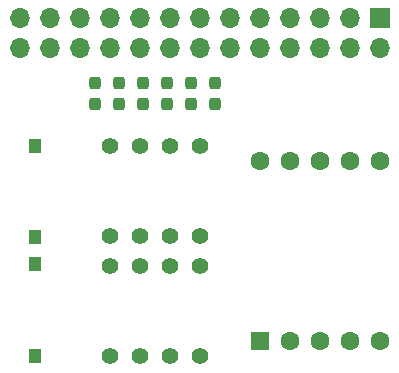
<source format=gbr>
%TF.GenerationSoftware,KiCad,Pcbnew,8.0.2-8.0.2-0~ubuntu24.04.1*%
%TF.CreationDate,2024-05-05T00:33:56+09:00*%
%TF.ProjectId,development_hat,64657665-6c6f-4706-9d65-6e745f686174,rev?*%
%TF.SameCoordinates,Original*%
%TF.FileFunction,Soldermask,Top*%
%TF.FilePolarity,Negative*%
%FSLAX46Y46*%
G04 Gerber Fmt 4.6, Leading zero omitted, Abs format (unit mm)*
G04 Created by KiCad (PCBNEW 8.0.2-8.0.2-0~ubuntu24.04.1) date 2024-05-05 00:33:56*
%MOMM*%
%LPD*%
G01*
G04 APERTURE LIST*
G04 Aperture macros list*
%AMRoundRect*
0 Rectangle with rounded corners*
0 $1 Rounding radius*
0 $2 $3 $4 $5 $6 $7 $8 $9 X,Y pos of 4 corners*
0 Add a 4 corners polygon primitive as box body*
4,1,4,$2,$3,$4,$5,$6,$7,$8,$9,$2,$3,0*
0 Add four circle primitives for the rounded corners*
1,1,$1+$1,$2,$3*
1,1,$1+$1,$4,$5*
1,1,$1+$1,$6,$7*
1,1,$1+$1,$8,$9*
0 Add four rect primitives between the rounded corners*
20,1,$1+$1,$2,$3,$4,$5,0*
20,1,$1+$1,$4,$5,$6,$7,0*
20,1,$1+$1,$6,$7,$8,$9,0*
20,1,$1+$1,$8,$9,$2,$3,0*%
G04 Aperture macros list end*
%ADD10C,1.400000*%
%ADD11RoundRect,0.237500X0.237500X-0.287500X0.237500X0.287500X-0.237500X0.287500X-0.237500X-0.287500X0*%
%ADD12R,1.000000X1.250000*%
%ADD13C,1.600000*%
%ADD14R,1.600000X1.600000*%
%ADD15R,1.700000X1.700000*%
%ADD16O,1.700000X1.700000*%
G04 APERTURE END LIST*
D10*
%TO.C,SW1*%
X45720000Y-104775000D03*
X48260000Y-104775000D03*
X50800000Y-104775000D03*
X53340000Y-104775000D03*
X53340000Y-97155000D03*
X50800000Y-97155000D03*
X48260000Y-97155000D03*
X45720000Y-97155000D03*
%TD*%
D11*
%TO.C,D5*%
X46482000Y-93585000D03*
X46482000Y-91835000D03*
%TD*%
%TO.C,D2*%
X52578000Y-93585000D03*
X52578000Y-91835000D03*
%TD*%
%TO.C,D4*%
X48514000Y-93585000D03*
X48514000Y-91835000D03*
%TD*%
%TO.C,D6*%
X44450000Y-93585000D03*
X44450000Y-91835000D03*
%TD*%
D12*
%TO.C,SW3*%
X39370000Y-97155000D03*
X39370000Y-104905000D03*
%TD*%
%TO.C,SW4*%
X39370000Y-114935000D03*
X39370000Y-107185000D03*
%TD*%
D10*
%TO.C,SW2*%
X45720000Y-114935000D03*
X48260000Y-114935000D03*
X50800000Y-114935000D03*
X53340000Y-114935000D03*
X53340000Y-107315000D03*
X50800000Y-107315000D03*
X48260000Y-107315000D03*
X45720000Y-107315000D03*
%TD*%
D11*
%TO.C,D3*%
X50546000Y-93585000D03*
X50546000Y-91835000D03*
%TD*%
%TO.C,D1*%
X54610000Y-93585000D03*
X54610000Y-91835000D03*
%TD*%
D13*
%TO.C,U1*%
X58420000Y-98425000D03*
X60960000Y-98425000D03*
X63500000Y-98425000D03*
X66040000Y-98425000D03*
X68580000Y-98425000D03*
X68580000Y-113665000D03*
X66040000Y-113665000D03*
X63500000Y-113665000D03*
X60960000Y-113665000D03*
D14*
X58420000Y-113665000D03*
%TD*%
D15*
%TO.C,J1*%
X68580000Y-86360000D03*
D16*
X68580000Y-88900000D03*
X66040000Y-86360000D03*
X66040000Y-88900000D03*
X63500000Y-86360000D03*
X63500000Y-88900000D03*
X60960000Y-86360000D03*
X60960000Y-88900000D03*
X58420000Y-86360000D03*
X58420000Y-88900000D03*
X55880000Y-86360000D03*
X55880000Y-88900000D03*
X53340000Y-86360000D03*
X53340000Y-88900000D03*
X50800000Y-86360000D03*
X50800000Y-88900000D03*
X48260000Y-86360000D03*
X48260000Y-88900000D03*
X45720000Y-86360000D03*
X45720000Y-88900000D03*
X43180000Y-86360000D03*
X43180000Y-88900000D03*
X40640000Y-86360000D03*
X40640000Y-88900000D03*
X38100000Y-86360000D03*
X38100000Y-88900000D03*
%TD*%
M02*

</source>
